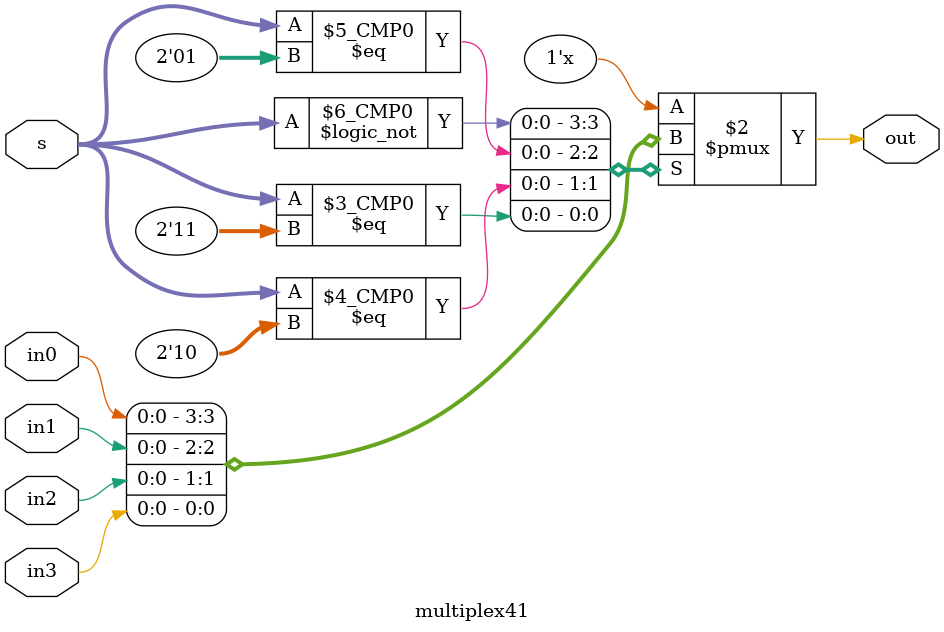
<source format=v>
module multiplex41(out,in0,in1,in2,in3,s);

input in0, in1, in2, in3;
input [1:0] s;
output reg out;

always@(in0, in1, in2, in3, s) begin

	case (s)
	2'b00: out = in0;
	2'b01: out = in1;
	2'b10: out = in2;
	2'b11: out = in3;
	endcase

end

endmodule

</source>
